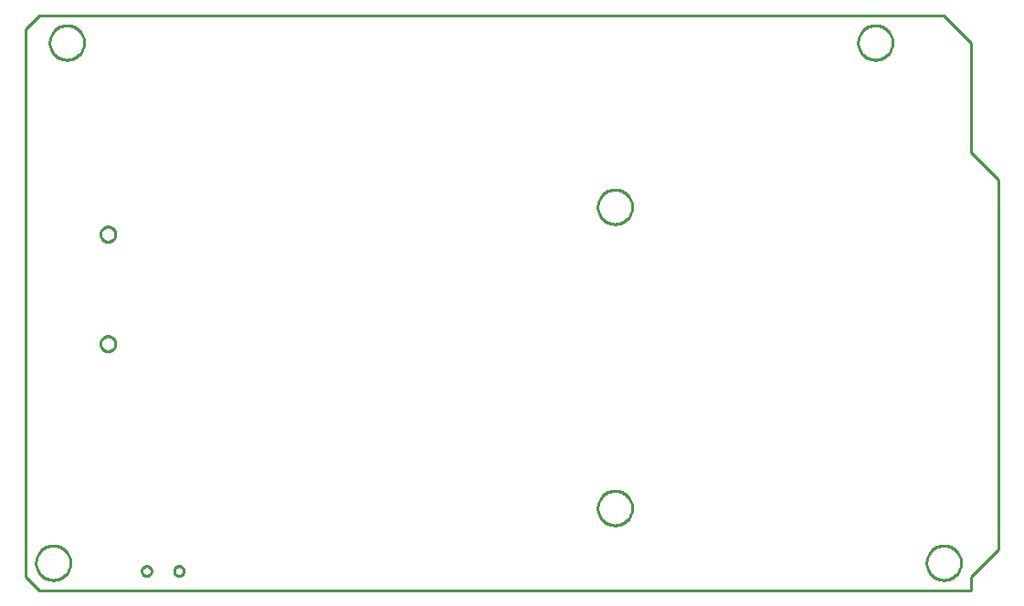
<source format=gbr>
G04 EAGLE Gerber RS-274X export*
G75*
%MOMM*%
%FSLAX34Y34*%
%LPD*%
%IN*%
%IPPOS*%
%AMOC8*
5,1,8,0,0,1.08239X$1,22.5*%
G01*
%ADD10C,0.254000*%


D10*
X0Y12700D02*
X12700Y0D01*
X876300Y0D01*
X876300Y12700D01*
X901700Y38100D01*
X901700Y381000D01*
X876300Y406400D01*
X876300Y508000D01*
X850900Y533400D01*
X12700Y533400D01*
X0Y520700D01*
X0Y12700D01*
X54100Y507476D02*
X54032Y506431D01*
X53895Y505392D01*
X53690Y504365D01*
X53419Y503353D01*
X53083Y502361D01*
X52682Y501393D01*
X52218Y500454D01*
X51695Y499546D01*
X51113Y498675D01*
X50475Y497844D01*
X49784Y497057D01*
X49043Y496316D01*
X48256Y495625D01*
X47425Y494988D01*
X46554Y494406D01*
X45646Y493882D01*
X44707Y493418D01*
X43739Y493017D01*
X42747Y492681D01*
X41735Y492410D01*
X40708Y492205D01*
X39669Y492069D01*
X38624Y492000D01*
X37576Y492000D01*
X36531Y492069D01*
X35492Y492205D01*
X34465Y492410D01*
X33453Y492681D01*
X32461Y493017D01*
X31493Y493418D01*
X30554Y493882D01*
X29646Y494406D01*
X28775Y494988D01*
X27944Y495625D01*
X27157Y496316D01*
X26416Y497057D01*
X25725Y497844D01*
X25088Y498675D01*
X24506Y499546D01*
X23982Y500454D01*
X23518Y501393D01*
X23117Y502361D01*
X22781Y503353D01*
X22510Y504365D01*
X22305Y505392D01*
X22169Y506431D01*
X22100Y507476D01*
X22100Y508524D01*
X22169Y509569D01*
X22305Y510608D01*
X22510Y511635D01*
X22781Y512647D01*
X23117Y513639D01*
X23518Y514607D01*
X23982Y515546D01*
X24506Y516454D01*
X25088Y517325D01*
X25725Y518156D01*
X26416Y518943D01*
X27157Y519684D01*
X27944Y520375D01*
X28775Y521013D01*
X29646Y521595D01*
X30554Y522118D01*
X31493Y522582D01*
X32461Y522983D01*
X33453Y523319D01*
X34465Y523590D01*
X35492Y523795D01*
X36531Y523932D01*
X37576Y524000D01*
X38624Y524000D01*
X39669Y523932D01*
X40708Y523795D01*
X41735Y523590D01*
X42747Y523319D01*
X43739Y522983D01*
X44707Y522582D01*
X45646Y522118D01*
X46554Y521595D01*
X47425Y521013D01*
X48256Y520375D01*
X49043Y519684D01*
X49784Y518943D01*
X50475Y518156D01*
X51113Y517325D01*
X51695Y516454D01*
X52218Y515546D01*
X52682Y514607D01*
X53083Y513639D01*
X53419Y512647D01*
X53690Y511635D01*
X53895Y510608D01*
X54032Y509569D01*
X54100Y508524D01*
X54100Y507476D01*
X41400Y24876D02*
X41332Y23831D01*
X41195Y22792D01*
X40990Y21765D01*
X40719Y20753D01*
X40383Y19761D01*
X39982Y18793D01*
X39518Y17854D01*
X38995Y16946D01*
X38413Y16075D01*
X37775Y15244D01*
X37084Y14457D01*
X36343Y13716D01*
X35556Y13025D01*
X34725Y12388D01*
X33854Y11806D01*
X32946Y11282D01*
X32007Y10818D01*
X31039Y10417D01*
X30047Y10081D01*
X29035Y9810D01*
X28008Y9605D01*
X26969Y9469D01*
X25924Y9400D01*
X24876Y9400D01*
X23831Y9469D01*
X22792Y9605D01*
X21765Y9810D01*
X20753Y10081D01*
X19761Y10417D01*
X18793Y10818D01*
X17854Y11282D01*
X16946Y11806D01*
X16075Y12388D01*
X15244Y13025D01*
X14457Y13716D01*
X13716Y14457D01*
X13025Y15244D01*
X12388Y16075D01*
X11806Y16946D01*
X11282Y17854D01*
X10818Y18793D01*
X10417Y19761D01*
X10081Y20753D01*
X9810Y21765D01*
X9605Y22792D01*
X9469Y23831D01*
X9400Y24876D01*
X9400Y25924D01*
X9469Y26969D01*
X9605Y28008D01*
X9810Y29035D01*
X10081Y30047D01*
X10417Y31039D01*
X10818Y32007D01*
X11282Y32946D01*
X11806Y33854D01*
X12388Y34725D01*
X13025Y35556D01*
X13716Y36343D01*
X14457Y37084D01*
X15244Y37775D01*
X16075Y38413D01*
X16946Y38995D01*
X17854Y39518D01*
X18793Y39982D01*
X19761Y40383D01*
X20753Y40719D01*
X21765Y40990D01*
X22792Y41195D01*
X23831Y41332D01*
X24876Y41400D01*
X25924Y41400D01*
X26969Y41332D01*
X28008Y41195D01*
X29035Y40990D01*
X30047Y40719D01*
X31039Y40383D01*
X32007Y39982D01*
X32946Y39518D01*
X33854Y38995D01*
X34725Y38413D01*
X35556Y37775D01*
X36343Y37084D01*
X37084Y36343D01*
X37775Y35556D01*
X38413Y34725D01*
X38995Y33854D01*
X39518Y32946D01*
X39982Y32007D01*
X40383Y31039D01*
X40719Y30047D01*
X40990Y29035D01*
X41195Y28008D01*
X41332Y26969D01*
X41400Y25924D01*
X41400Y24876D01*
X562100Y355076D02*
X562032Y354031D01*
X561895Y352992D01*
X561690Y351965D01*
X561419Y350953D01*
X561083Y349961D01*
X560682Y348993D01*
X560218Y348054D01*
X559695Y347146D01*
X559113Y346275D01*
X558475Y345444D01*
X557784Y344657D01*
X557043Y343916D01*
X556256Y343225D01*
X555425Y342588D01*
X554554Y342006D01*
X553646Y341482D01*
X552707Y341018D01*
X551739Y340617D01*
X550747Y340281D01*
X549735Y340010D01*
X548708Y339805D01*
X547669Y339669D01*
X546624Y339600D01*
X545576Y339600D01*
X544531Y339669D01*
X543492Y339805D01*
X542465Y340010D01*
X541453Y340281D01*
X540461Y340617D01*
X539493Y341018D01*
X538554Y341482D01*
X537646Y342006D01*
X536775Y342588D01*
X535944Y343225D01*
X535157Y343916D01*
X534416Y344657D01*
X533725Y345444D01*
X533088Y346275D01*
X532506Y347146D01*
X531982Y348054D01*
X531518Y348993D01*
X531117Y349961D01*
X530781Y350953D01*
X530510Y351965D01*
X530305Y352992D01*
X530169Y354031D01*
X530100Y355076D01*
X530100Y356124D01*
X530169Y357169D01*
X530305Y358208D01*
X530510Y359235D01*
X530781Y360247D01*
X531117Y361239D01*
X531518Y362207D01*
X531982Y363146D01*
X532506Y364054D01*
X533088Y364925D01*
X533725Y365756D01*
X534416Y366543D01*
X535157Y367284D01*
X535944Y367975D01*
X536775Y368613D01*
X537646Y369195D01*
X538554Y369718D01*
X539493Y370182D01*
X540461Y370583D01*
X541453Y370919D01*
X542465Y371190D01*
X543492Y371395D01*
X544531Y371532D01*
X545576Y371600D01*
X546624Y371600D01*
X547669Y371532D01*
X548708Y371395D01*
X549735Y371190D01*
X550747Y370919D01*
X551739Y370583D01*
X552707Y370182D01*
X553646Y369718D01*
X554554Y369195D01*
X555425Y368613D01*
X556256Y367975D01*
X557043Y367284D01*
X557784Y366543D01*
X558475Y365756D01*
X559113Y364925D01*
X559695Y364054D01*
X560218Y363146D01*
X560682Y362207D01*
X561083Y361239D01*
X561419Y360247D01*
X561690Y359235D01*
X561895Y358208D01*
X562032Y357169D01*
X562100Y356124D01*
X562100Y355076D01*
X562100Y75676D02*
X562032Y74631D01*
X561895Y73592D01*
X561690Y72565D01*
X561419Y71553D01*
X561083Y70561D01*
X560682Y69593D01*
X560218Y68654D01*
X559695Y67746D01*
X559113Y66875D01*
X558475Y66044D01*
X557784Y65257D01*
X557043Y64516D01*
X556256Y63825D01*
X555425Y63188D01*
X554554Y62606D01*
X553646Y62082D01*
X552707Y61618D01*
X551739Y61217D01*
X550747Y60881D01*
X549735Y60610D01*
X548708Y60405D01*
X547669Y60269D01*
X546624Y60200D01*
X545576Y60200D01*
X544531Y60269D01*
X543492Y60405D01*
X542465Y60610D01*
X541453Y60881D01*
X540461Y61217D01*
X539493Y61618D01*
X538554Y62082D01*
X537646Y62606D01*
X536775Y63188D01*
X535944Y63825D01*
X535157Y64516D01*
X534416Y65257D01*
X533725Y66044D01*
X533088Y66875D01*
X532506Y67746D01*
X531982Y68654D01*
X531518Y69593D01*
X531117Y70561D01*
X530781Y71553D01*
X530510Y72565D01*
X530305Y73592D01*
X530169Y74631D01*
X530100Y75676D01*
X530100Y76724D01*
X530169Y77769D01*
X530305Y78808D01*
X530510Y79835D01*
X530781Y80847D01*
X531117Y81839D01*
X531518Y82807D01*
X531982Y83746D01*
X532506Y84654D01*
X533088Y85525D01*
X533725Y86356D01*
X534416Y87143D01*
X535157Y87884D01*
X535944Y88575D01*
X536775Y89213D01*
X537646Y89795D01*
X538554Y90318D01*
X539493Y90782D01*
X540461Y91183D01*
X541453Y91519D01*
X542465Y91790D01*
X543492Y91995D01*
X544531Y92132D01*
X545576Y92200D01*
X546624Y92200D01*
X547669Y92132D01*
X548708Y91995D01*
X549735Y91790D01*
X550747Y91519D01*
X551739Y91183D01*
X552707Y90782D01*
X553646Y90318D01*
X554554Y89795D01*
X555425Y89213D01*
X556256Y88575D01*
X557043Y87884D01*
X557784Y87143D01*
X558475Y86356D01*
X559113Y85525D01*
X559695Y84654D01*
X560218Y83746D01*
X560682Y82807D01*
X561083Y81839D01*
X561419Y80847D01*
X561690Y79835D01*
X561895Y78808D01*
X562032Y77769D01*
X562100Y76724D01*
X562100Y75676D01*
X803400Y507476D02*
X803332Y506431D01*
X803195Y505392D01*
X802990Y504365D01*
X802719Y503353D01*
X802383Y502361D01*
X801982Y501393D01*
X801518Y500454D01*
X800995Y499546D01*
X800413Y498675D01*
X799775Y497844D01*
X799084Y497057D01*
X798343Y496316D01*
X797556Y495625D01*
X796725Y494988D01*
X795854Y494406D01*
X794946Y493882D01*
X794007Y493418D01*
X793039Y493017D01*
X792047Y492681D01*
X791035Y492410D01*
X790008Y492205D01*
X788969Y492069D01*
X787924Y492000D01*
X786876Y492000D01*
X785831Y492069D01*
X784792Y492205D01*
X783765Y492410D01*
X782753Y492681D01*
X781761Y493017D01*
X780793Y493418D01*
X779854Y493882D01*
X778946Y494406D01*
X778075Y494988D01*
X777244Y495625D01*
X776457Y496316D01*
X775716Y497057D01*
X775025Y497844D01*
X774388Y498675D01*
X773806Y499546D01*
X773282Y500454D01*
X772818Y501393D01*
X772417Y502361D01*
X772081Y503353D01*
X771810Y504365D01*
X771605Y505392D01*
X771469Y506431D01*
X771400Y507476D01*
X771400Y508524D01*
X771469Y509569D01*
X771605Y510608D01*
X771810Y511635D01*
X772081Y512647D01*
X772417Y513639D01*
X772818Y514607D01*
X773282Y515546D01*
X773806Y516454D01*
X774388Y517325D01*
X775025Y518156D01*
X775716Y518943D01*
X776457Y519684D01*
X777244Y520375D01*
X778075Y521013D01*
X778946Y521595D01*
X779854Y522118D01*
X780793Y522582D01*
X781761Y522983D01*
X782753Y523319D01*
X783765Y523590D01*
X784792Y523795D01*
X785831Y523932D01*
X786876Y524000D01*
X787924Y524000D01*
X788969Y523932D01*
X790008Y523795D01*
X791035Y523590D01*
X792047Y523319D01*
X793039Y522983D01*
X794007Y522582D01*
X794946Y522118D01*
X795854Y521595D01*
X796725Y521013D01*
X797556Y520375D01*
X798343Y519684D01*
X799084Y518943D01*
X799775Y518156D01*
X800413Y517325D01*
X800995Y516454D01*
X801518Y515546D01*
X801982Y514607D01*
X802383Y513639D01*
X802719Y512647D01*
X802990Y511635D01*
X803195Y510608D01*
X803332Y509569D01*
X803400Y508524D01*
X803400Y507476D01*
X866900Y24876D02*
X866832Y23831D01*
X866695Y22792D01*
X866490Y21765D01*
X866219Y20753D01*
X865883Y19761D01*
X865482Y18793D01*
X865018Y17854D01*
X864495Y16946D01*
X863913Y16075D01*
X863275Y15244D01*
X862584Y14457D01*
X861843Y13716D01*
X861056Y13025D01*
X860225Y12388D01*
X859354Y11806D01*
X858446Y11282D01*
X857507Y10818D01*
X856539Y10417D01*
X855547Y10081D01*
X854535Y9810D01*
X853508Y9605D01*
X852469Y9469D01*
X851424Y9400D01*
X850376Y9400D01*
X849331Y9469D01*
X848292Y9605D01*
X847265Y9810D01*
X846253Y10081D01*
X845261Y10417D01*
X844293Y10818D01*
X843354Y11282D01*
X842446Y11806D01*
X841575Y12388D01*
X840744Y13025D01*
X839957Y13716D01*
X839216Y14457D01*
X838525Y15244D01*
X837888Y16075D01*
X837306Y16946D01*
X836782Y17854D01*
X836318Y18793D01*
X835917Y19761D01*
X835581Y20753D01*
X835310Y21765D01*
X835105Y22792D01*
X834969Y23831D01*
X834900Y24876D01*
X834900Y25924D01*
X834969Y26969D01*
X835105Y28008D01*
X835310Y29035D01*
X835581Y30047D01*
X835917Y31039D01*
X836318Y32007D01*
X836782Y32946D01*
X837306Y33854D01*
X837888Y34725D01*
X838525Y35556D01*
X839216Y36343D01*
X839957Y37084D01*
X840744Y37775D01*
X841575Y38413D01*
X842446Y38995D01*
X843354Y39518D01*
X844293Y39982D01*
X845261Y40383D01*
X846253Y40719D01*
X847265Y40990D01*
X848292Y41195D01*
X849331Y41332D01*
X850376Y41400D01*
X851424Y41400D01*
X852469Y41332D01*
X853508Y41195D01*
X854535Y40990D01*
X855547Y40719D01*
X856539Y40383D01*
X857507Y39982D01*
X858446Y39518D01*
X859354Y38995D01*
X860225Y38413D01*
X861056Y37775D01*
X861843Y37084D01*
X862584Y36343D01*
X863275Y35556D01*
X863913Y34725D01*
X864495Y33854D01*
X865018Y32946D01*
X865482Y32007D01*
X865883Y31039D01*
X866219Y30047D01*
X866490Y29035D01*
X866695Y28008D01*
X866832Y26969D01*
X866900Y25924D01*
X866900Y24876D01*
X75856Y323200D02*
X75172Y323267D01*
X74497Y323402D01*
X73839Y323601D01*
X73204Y323864D01*
X72597Y324189D01*
X72025Y324571D01*
X71493Y325007D01*
X71007Y325493D01*
X70571Y326025D01*
X70189Y326597D01*
X69864Y327204D01*
X69601Y327839D01*
X69402Y328497D01*
X69267Y329172D01*
X69200Y329856D01*
X69200Y330544D01*
X69267Y331228D01*
X69402Y331903D01*
X69601Y332561D01*
X69864Y333197D01*
X70189Y333803D01*
X70571Y334375D01*
X71007Y334907D01*
X71493Y335393D01*
X72025Y335829D01*
X72597Y336211D01*
X73204Y336536D01*
X73839Y336799D01*
X74497Y336998D01*
X75172Y337133D01*
X75856Y337200D01*
X76544Y337200D01*
X77228Y337133D01*
X77903Y336998D01*
X78561Y336799D01*
X79197Y336536D01*
X79803Y336211D01*
X80375Y335829D01*
X80907Y335393D01*
X81393Y334907D01*
X81829Y334375D01*
X82211Y333803D01*
X82536Y333197D01*
X82799Y332561D01*
X82998Y331903D01*
X83133Y331228D01*
X83200Y330544D01*
X83200Y329856D01*
X83133Y329172D01*
X82998Y328497D01*
X82799Y327839D01*
X82536Y327204D01*
X82211Y326597D01*
X81829Y326025D01*
X81393Y325493D01*
X80907Y325007D01*
X80375Y324571D01*
X79803Y324189D01*
X79197Y323864D01*
X78561Y323601D01*
X77903Y323402D01*
X77228Y323267D01*
X76544Y323200D01*
X75856Y323200D01*
X75856Y221600D02*
X75172Y221667D01*
X74497Y221802D01*
X73839Y222001D01*
X73204Y222264D01*
X72597Y222589D01*
X72025Y222971D01*
X71493Y223407D01*
X71007Y223893D01*
X70571Y224425D01*
X70189Y224997D01*
X69864Y225604D01*
X69601Y226239D01*
X69402Y226897D01*
X69267Y227572D01*
X69200Y228256D01*
X69200Y228944D01*
X69267Y229628D01*
X69402Y230303D01*
X69601Y230961D01*
X69864Y231597D01*
X70189Y232203D01*
X70571Y232775D01*
X71007Y233307D01*
X71493Y233793D01*
X72025Y234229D01*
X72597Y234611D01*
X73204Y234936D01*
X73839Y235199D01*
X74497Y235398D01*
X75172Y235533D01*
X75856Y235600D01*
X76544Y235600D01*
X77228Y235533D01*
X77903Y235398D01*
X78561Y235199D01*
X79197Y234936D01*
X79803Y234611D01*
X80375Y234229D01*
X80907Y233793D01*
X81393Y233307D01*
X81829Y232775D01*
X82211Y232203D01*
X82536Y231597D01*
X82799Y230961D01*
X82998Y230303D01*
X83133Y229628D01*
X83200Y228944D01*
X83200Y228256D01*
X83133Y227572D01*
X82998Y226897D01*
X82799Y226239D01*
X82536Y225604D01*
X82211Y224997D01*
X81829Y224425D01*
X81393Y223893D01*
X80907Y223407D01*
X80375Y222971D01*
X79803Y222589D01*
X79197Y222264D01*
X78561Y222001D01*
X77903Y221802D01*
X77228Y221667D01*
X76544Y221600D01*
X75856Y221600D01*
X137500Y18075D02*
X137577Y18660D01*
X137730Y19230D01*
X137955Y19775D01*
X138250Y20285D01*
X138609Y20753D01*
X139027Y21171D01*
X139495Y21530D01*
X140005Y21825D01*
X140550Y22050D01*
X141120Y22203D01*
X141705Y22280D01*
X142295Y22280D01*
X142880Y22203D01*
X143450Y22050D01*
X143995Y21825D01*
X144505Y21530D01*
X144973Y21171D01*
X145391Y20753D01*
X145750Y20285D01*
X146045Y19775D01*
X146270Y19230D01*
X146423Y18660D01*
X146500Y18075D01*
X146500Y17485D01*
X146423Y16900D01*
X146270Y16330D01*
X146045Y15785D01*
X145750Y15275D01*
X145391Y14807D01*
X144973Y14389D01*
X144505Y14030D01*
X143995Y13735D01*
X143450Y13510D01*
X142880Y13357D01*
X142295Y13280D01*
X141705Y13280D01*
X141120Y13357D01*
X140550Y13510D01*
X140005Y13735D01*
X139495Y14030D01*
X139027Y14389D01*
X138609Y14807D01*
X138250Y15275D01*
X137955Y15785D01*
X137730Y16330D01*
X137577Y16900D01*
X137500Y17485D01*
X137500Y18075D01*
X107500Y18075D02*
X107577Y18660D01*
X107730Y19230D01*
X107955Y19775D01*
X108250Y20285D01*
X108609Y20753D01*
X109027Y21171D01*
X109495Y21530D01*
X110005Y21825D01*
X110550Y22050D01*
X111120Y22203D01*
X111705Y22280D01*
X112295Y22280D01*
X112880Y22203D01*
X113450Y22050D01*
X113995Y21825D01*
X114505Y21530D01*
X114973Y21171D01*
X115391Y20753D01*
X115750Y20285D01*
X116045Y19775D01*
X116270Y19230D01*
X116423Y18660D01*
X116500Y18075D01*
X116500Y17485D01*
X116423Y16900D01*
X116270Y16330D01*
X116045Y15785D01*
X115750Y15275D01*
X115391Y14807D01*
X114973Y14389D01*
X114505Y14030D01*
X113995Y13735D01*
X113450Y13510D01*
X112880Y13357D01*
X112295Y13280D01*
X111705Y13280D01*
X111120Y13357D01*
X110550Y13510D01*
X110005Y13735D01*
X109495Y14030D01*
X109027Y14389D01*
X108609Y14807D01*
X108250Y15275D01*
X107955Y15785D01*
X107730Y16330D01*
X107577Y16900D01*
X107500Y17485D01*
X107500Y18075D01*
M02*

</source>
